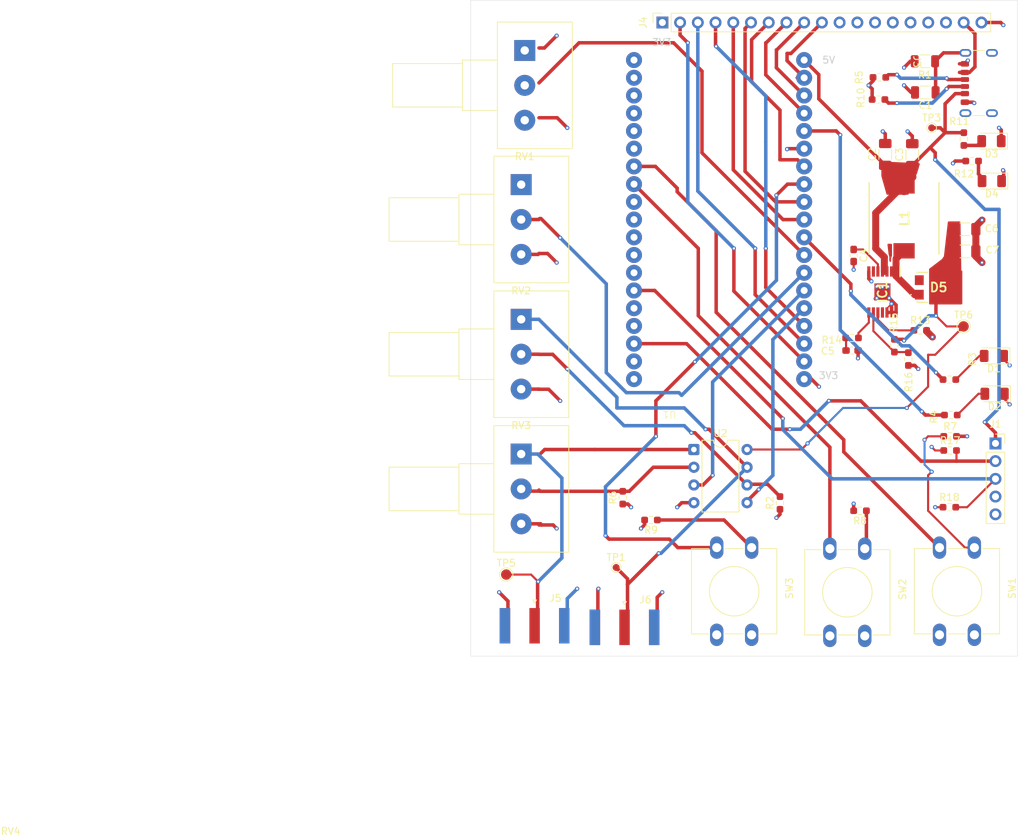
<source format=kicad_pcb>
(kicad_pcb (version 20241229) (generator "pcbnew") (generator_version "9.0")
  (layers (0 "F.Cu" signal) (4 "In1.Cu" power "GND") (6 "In2.Cu" power "3V3") (2 "B.Cu" signal) (13 "F.Paste" user) (15 "B.Paste" user) (5 "F.SilkS" user "F.Silkscreen") (7 "B.SilkS" user "B.Silkscreen") (1 "F.Mask" user) (3 "B.Mask" user) (25 "Edge.Cuts" user))
  (net 0 "")
  (net 1 "GND")
  (net 2 "Net-(D1-A)")
  (net 3 "Net-(D2-A)")
  (net 4 "OLED_SCL")
  (net 5 "OLED_SDA")
  (net 6 "5 V")
  (net 7 "Net-(U2B--)")
  (net 8 "Signal 1 Output")
  (net 9 "Led_Red")
  (net 10 "LED_Green")
  (net 11 "Net-(U2A--)")
  (net 12 "Siganl 2 Output")
  (net 13 "Net-(R7-Pad1)")
  (net 14 "Net-(R8-Pad1)")
  (net 15 "Net-(R9-Pad1)")
  (net 16 "G35 DutyCycle")
  (net 17 "3V3")
  (net 18 "G34 Frquenz")
  (net 19 "Buttom 1_Siganl_Switch")
  (net 20 "Buttom 2")
  (net 21 "Buttom 3")
  (net 22 "Net-(J4-Pin_2)")
  (net 23 "Net-(J4-Pin_3)")
  (net 24 "Net-(J4-Pin_8)")
  (net 25 "Signal 2")
  (net 26 "Net-(J4-Pin_7)")
  (net 28 "Net-(J4-Pin_5)")
  (net 29 "Net-(J4-Pin_10)")
  (net 30 "Net-(J4-Pin_4)")
  (net 34 "Net-(J4-Pin_6)")
  (net 36 "Signal 1")
  (net 38 "Net-(J4-Pin_9)")
  (net 40 "Net-(J3-SHIELD)")
  (net 41 "Net-(J3-CC1)")
  (net 42 "Net-(J3-CC2)")
  (net 43 "Net-(D3-A)")
  (net 44 "Net-(D4-A)")
  (net 52 "Net-(IC1-SS)")
  (net 53 "Net-(IC1-COMP)")
  (net 54 "Net-(D5-A_1)")
  (net 55 "Net-(IC1-FREQ)")
  (net 56 "Net-(IC1-FB)")
  (net 57 "CS")
  (net 58 "Net-(C5-Pad1)")
  (net 59 "25V")
  (footprint "Capacitor_SMD:C_1206_3216Metric_Pad1.33x1.80mm_HandSolder" (layer "F.Cu") (at 118.3175 49.0145 90)
    (property "Reference" "C2")
    (property "Value" "4u7")
  )
  (footprint "TestPoint:TestPoint_Pad_D1.0mm" (layer "F.Cu") (at 79.756 108.204)
    (property "Reference" "TP1")
    (property "Value" "TestPoint")
  )
  (footprint "Button_Switch_THT:SW_PUSH-12mm" (layer "F.Cu") (at 99.168 105.356 -90)
    (property "Reference" "SW3")
    (property "Value" "SW_Push")
  )
  (footprint "Capacitor_SMD:C_1206_3216Metric_Pad1.33x1.80mm_HandSolder" (layer "F.Cu") (at 129.7375 59.737)
    (property "Reference" "C6")
    (property "Value" "4u7")
  )
  (footprint "TestPoint:TestPoint_Pad_D1.0mm" (layer "F.Cu") (at 124.968 45.212)
    (property "Reference" "TP3")
    (property "Value" "TestPoint")
  )
  (footprint "Resistor_SMD:R_0603_1608Metric_Pad0.98x0.95mm_HandSolder" (layer "F.Cu") (at 84.748 101.4 180)
    (property "Reference" "R9")
    (property "Value" "10k")
  )
  (footprint "Connector_PinSocket_2.54mm:PinSocket_1x05_P2.54mm_Vertical" (layer "F.Cu") (at 134.112 90.424)
    (property "Reference" "J1")
    (property "Value" "Conn_01x05_Socket" (hide yes))
  )
  (footprint "Capacitor_SMD:C_0603_1608Metric_Pad1.08x0.95mm_HandSolder" (layer "F.Cu") (at 113.792 63.5 -90)
    (property "Reference" "C4")
    (property "Value" "100n")
  )
  (footprint "Resistor_SMD:R_0603_1608Metric_Pad0.98x0.95mm_HandSolder" (layer "F.Cu") (at 103.232 98.9565 90)
    (property "Reference" "R2")
    (property "Value" "1k")
  )
  (footprint "Resistor_SMD:R_0603_1608Metric_Pad0.98x0.95mm_HandSolder" (layer "F.Cu") (at 114.7045 100.076 180)
    (property "Reference" "R8")
    (property "Value" "10k")
  )
  (footprint "Capacitor_SMD:C_1206_3216Metric_Pad1.33x1.80mm_HandSolder" (layer "F.Cu") (at 129.7375 62.912)
    (property "Reference" "C7")
    (property "Value" "4u7")
  )
  (footprint "Resistor_SMD:R_0603_1608Metric_Pad0.98x0.95mm_HandSolder" (layer "F.Cu") (at 127.6115 91.44)
    (property "Reference" "R17")
    (property "Value" "4k7")
  )
  (footprint "Connector_PinSocket_2.54mm:PinSocket_1x19_P2.54mm_Vertical" (layer "F.Cu") (at 86.38 30.112 90)
    (property "Reference" "J4")
    (property "Value" "Conn_01x19_Socket" (hide yes))
  )
  (footprint "Potentiometer_THT:Potentiometer_Alps_RK163_Single_Horizontal" (layer "F.Cu") (at 66.148 72.644)
    (property "Reference" "RV3")
    (property "Value" "10k")
  )
  (footprint "Resistor_SMD:R_0603_1608Metric_Pad0.98x0.95mm_HandSolder" (layer "F.Cu") (at 127.7165 86.36 180)
    (property "Reference" "R4")
    (property "Value" "100")
  )
  (footprint "Resistor_SMD:R_0603_1608Metric_Pad0.98x0.95mm_HandSolder" (layer "F.Cu") (at 127.508 99.568)
    (property "Reference" "R18")
    (property "Value" "4k7")
  )
  (footprint "Resistor_SMD:R_0603_1608Metric_Pad0.98x0.95mm_HandSolder" (layer "F.Cu") (at 130.7675 49.962 180)
    (property "Reference" "R12")
    (property "Value" "100")
  )
  (footprint "Library_Amjad:ESP_32_socket" (layer "F.Cu") (at 87.396 71.052 180)
    (property "Reference" "U1")
    (property "Value" "~")
  )
  (footprint "Resistor_SMD:R_0603_1608Metric_Pad0.98x0.95mm_HandSolder" (layer "F.Cu") (at 127.616 89.408)
    (property "Reference" "R7")
    (property "Value" "10k")
  )
  (footprint "Diode_SMD:D_1206_3216Metric" (layer "F.Cu") (at 133.988 83.312 180)
    (property "Reference" "D2")
    (property "Value" "LED_Green")
  )
  (footprint "TestPoint:TestPoint_Pad_D1.5mm" (layer "F.Cu") (at 64.008 109.22)
    (property "Reference" "TP5")
    (property "Value" "TestPoint")
  )
  (footprint "Potentiometer_THT:Potentiometer_Alps_RK163_Single_Horizontal" (layer "F.Cu") (at 66.148 91.948)
    (property "Reference" "RV4")
    (property "Value" "10k")
  )
  (footprint "Resistor_SMD:R_0603_1608Metric_Pad0.98x0.95mm_HandSolder" (layer "F.Cu") (at 80.7 98.1995 90)
    (property "Reference" "R6")
    (property "Value" "1k")
  )
  (footprint "Connector_Coaxial:SMA_Amphenol_132289_EdgeMount" (layer "F.Cu") (at 68.072 116.5575 -90)
    (property "Reference" "J5")
    (property "Value" "Conn_Coaxial")
  )
  (footprint "Potentiometer_THT:Potentiometer_Alps_RK163_Single_Horizontal" (layer "F.Cu") (at 66.656 34.116)
    (property "Reference" "RV1")
    (property "Value" "10k")
  )
  (footprint "Resistor_SMD:R_0603_1608Metric_Pad0.98x0.95mm_HandSolder" (layer "F.Cu") (at 117.3525 41.148 180)
    (property "Reference" "R10")
    (property "Value" "5K1")
  )
  (footprint "Diode_SMD:D_1206_3216Metric" (layer "F.Cu") (at 133.888 77.887 180)
    (property "Reference" "D1")
    (property "Value" "LED _Red")
  )
  (footprint "Capacitor_SMD:C_0603_1608Metric_Pad1.08x0.95mm_HandSolder" (layer "F.Cu") (at 113.5625 77.112)
    (property "Reference" "C5")
    (property "Value" "1n")
  )
  (footprint "Capacitor_SMD:C_1206_3216Metric" (layer "F.Cu") (at 124.06 40.132 180)
    (property "Reference" "C1")
    (property "Value" "100n")
  )
  (footprint "Resistor_SMD:R_0603_1608Metric_Pad0.98x0.95mm_HandSolder" (layer "F.Cu") (at 121.6275 78.337 -90)
    (property "Reference" "R16")
    (property "Value" "10K")
  )
  (footprint "Capacitor_SMD:C_1206_3216Metric_Pad1.33x1.80mm_HandSolder" (layer "F.Cu") (at 122.1925 49.0395 90)
    (property "Reference" "C3")
    (property "Value" "4u7")
  )
  (footprint "Resistor_SMD:R_0603_1608Metric_Pad0.98x0.95mm_HandSolder" (layer "F.Cu") (at 119.6275 76.4245 -90)
    (property "Reference" "R15")
    (property "Value" "200K")
  )
  (footprint "Amjad_lib:SS3P6LE386A" (layer "F.Cu") (at 125.9615 68.072 -90)
    (property "Reference" "D5")
    (property "Value" "SS3P6L-E3_86A" (hide yes))
  )
  (footprint "Resistor_SMD:R_1206_3216Metric" (layer "F.Cu") (at 123.9975 35.665 180)
    (property "Reference" "R1")
    (property "Value" "1M")
  )
  (footprint "Diode_SMD:D_1206_3216Metric" (layer "F.Cu") (at 133.588 52.832 180)
    (property "Reference" "D4")
    (property "Value" "LED_Green")
  )
  (footprint "Connector_Coaxial:SMA_Amphenol_132289_EdgeMount" (layer "F.Cu") (at 80.958 116.783 -90)
    (property "Reference" "J6")
    (property "Value" "Conn_Coaxial")
  )
  (footprint "Amjad_lib:SOP65P640X120-15N" (layer "F.Cu") (at 117.915 68.727 -90)
    (property "Reference" "IC1")
    (property "Value" "TPS61175QPWPRQ1" (hide yes))
  )
  (footprint "Resistor_SMD:R_0603_1608Metric_Pad0.98x0.95mm_HandSolder" (layer "F.Cu") (at 123.33 74.227)
    (property "Reference" "R13")
    (property "Value" "51k")
  )
  (footprint "Resistor_SMD:R_0603_1608Metric_Pad0.98x0.95mm_HandSolder" (layer "F.Cu") (at 129.5775 46.812 90)
    (property "Reference" "R11")
    (property "Value" "100")
  )
  (footprint "Diode_SMD:D_1206_3216Metric" (layer "F.Cu") (at 133.5375 47.112 180)
    (property "Reference" "D3")
    (property "Value" "LED _Red")
  )
  (footprint "Resistor_SMD:R_0603_1608Metric_Pad0.98x0.95mm_HandSolder" (layer "F.Cu") (at 127.5125 81.28 180)
    (property "Reference" "R3")
    (property "Value" "100")
  )
  (footprint "Connector_USB:USB_C_Receptacle_GCT_USB4125-xx-x-0190_6P_TopMnt_Horizontal" (layer "F.Cu") (at 132.804 38.782 90)
    (property "Reference" "J3")
    (property "Value" "USB_C_Receptacle_PowerOnly_6P" (hide yes))
  )
  (footprint "Package_DIP:DIP-8_W7.62mm" (layer "F.Cu") (at 90.895 91.302)
    (property "Reference" "U2")
    (property "Value" "LM393")
  )
  (footprint "Amjad_lib:INDPM102100X510N_Spule" (layer "F.Cu") (at 121.012 58.177 -90)
    (property "Reference" "L1")
    (property "Value" "CDRH105RNP-220NC" (hide yes))
  )
  (footprint "Potentiometer_THT:Potentiometer_Alps_RK163_Single_Horizontal" (layer "F.Cu") (at 66.148 53.34)
    (property "Reference" "RV2")
    (property "Value" "10k")
  )
  (footprint "TestPoint:TestPoint_Pad_D1.5mm" (layer "F.Cu") (at 129.54 73.66)
    (property "Reference" "TP6")
    (property "Value" "TestPoint")
  )
  (footprint "Resistor_SMD:R_0603_1608Metric_Pad0.98x0.95mm_HandSolder" (layer "F.Cu") (at 117.4795 37.973 180)
    (property "Reference" "R5")
    (property "Value" "5K1")
  )
  (footprint "Button_Switch_THT:SW_PUSH-12mm" (layer "F.Cu") (at 131.092 105.356 -90)
    (property "Reference" "SW1")
    (property "Value" "SW_Push")
  )
  (footprint "Button_Switch_THT:SW_PUSH-12mm" (layer "F.Cu") (at 115.384 105.51 -90)
    (property "Reference" "SW2")
    (property "Value" "SW_Push")
  )
  (footprint "Resistor_SMD:R_0603_1608Metric_Pad0.98x0.95mm_HandSolder" (layer "F.Cu") (at 113.5625 75.3086 180)
    (property "Reference" "R14")
    (property "Value" "1k")
  )
  (gr_rect (start 58.928 26.9111) (end 137.268 120.904) (stroke (width 0.05)) (fill no) (layer "Edge.Cuts"))
  (gr_text "3V3\n" (at 108.712 81.28 0) (layer "Edge.Cuts") (effects (font (size 1 1)) (justify left bottom)))
  (gr_text "5V" (at 109.22 36.068 0) (layer "Edge.Cuts") (effects (font (size 1 1)) (justify left bottom)))
  (gr_text "3V3" (at 84.836 33.528 0) (layer "Edge.Cuts") (effects (font (size 1 1)) (justify left bottom)))
  (segment (start 113.792 64.3625) (end 113.792 65.532) (width 0.3) (layer "F.Cu") (net 1))
  (segment (start 81.44 99.112) (end 81.896 99.568) (width 0.5) (layer "F.Cu") (net 1))
  (segment (start 131.3 59.737) (end 131.3 59.308) (width 1) (layer "F.Cu") (net 1))
  (segment (start 68.924 101.948) (end 66.148 101.948) (width 0.5) (layer "F.Cu") (net 1))
  (segment (start 132.1 30.112) (end 134.868 30.112) (width 0.5) (layer "F.Cu") (net 1))
  (segment (start 134.9375 47.112) (end 134.9375 45.944) (width 0.5) (layer "F.Cu") (net 1))
  (segment (start 135.388 83.312) (end 135.388 84.08) (width 0.3) (layer "F.Cu") (net 1))
  (segment (start 121.6275 79.2495) (end 122.5375 79.2495) (width 0.5) (layer "F.Cu") (net 1))
  (segment (start 135.288 78.392) (end 136.144 79.248) (width 0.3) (layer "F.Cu") (net 1))
  (segment (start 122.1925 46.3925) (end 121.52 45.72) (width 0.5) (layer "F.Cu") (net 1))
  (segment (start 124.2425 74.3505) (end 125.076 75.184) (width 1) (layer "F.Cu") (net 1))
  (segment (start 122.1925 47.477) (end 122.1925 46.3925) (width 0.5) (layer "F.Cu") (net 1))
  (segment (start 122.585 40.132) (end 122.536 40.132) (width 0.5) (layer "F.Cu") (net 1))
  (segment (start 71.302 43.762) (end 72.752 45.212) (width 0.5) (layer "F.Cu") (net 1))
  (segment (start 83.8355 101.4) (end 83.8355 102.0925) (width 0.5) (layer "F.Cu") (net 1))
  (segment (start 68.7 102.112) (end 69.088 102.112) (width 0.5) (layer "F.Cu") (net 1))
  (segment (start 90.895 98.922) (end 89.146 98.922) (width 0.5) (layer "F.Cu") (net 1))
  (segment (start 68.7 43.762) (end 71.302 43.762) (width 0.5) (layer "F.Cu") (net 1))
  (segment (start 135.388 84.08) (end 136.144 84.836) (width 0.3) (layer "F.Cu") (net 1))
  (segment (start 134.9375 45.5295) (end 134.62 45.212) (width 0.5) (layer "F.Cu") (net 1))
  (segment (start 118.3175 46.0735) (end 117.964 45.72) (width 0.5) (layer "F.Cu") (net 1))
  (segment (start 68.7 63.212) (end 68.572 63.34) (width 0.5) (layer "F.Cu") (net 1))
  (segment (start 118.565 71.062) (end 119.215 70.412) (width 0.2) (layer "F.Cu") (net 1))
  (segment (start 116.44 41.148) (end 116.44 39.624) (width 0.5) (layer "F.Cu") (net 1))
  (segment (start 119.215 70.412) (end 119.215 69.9475) (width 0.5) (layer "F.Cu") (net 1))
  (segment (start 116.44 39.624) (end 115.932 39.116) (width 0.5) (layer "F.Cu") (net 1))
  (segment (start 119.865 71.665) (end 118.591 71.665) (width 0.5) (layer "F.Cu") (net 1))
  (segment (start 118.3175 47.452) (end 118.3175 46.0735) (width 0.5) (layer "F.Cu") (net 1))
  (segment (start 68.7 82.662) (end 70.07 82.662) (width 0.5) (layer "F.Cu") (net 1))
  (segment (start 118.565 71.665) (end 118.565 71.062) (width 0.2) (layer "F.Cu") (net 1))
  (segment (start 116.567 37.973) (end 116.567 38.481) (width 0.5) (layer "F.Cu") (net 1))
  (segment (start 116.567 38.481) (end 115.932 39.116) (width 0.5) (layer "F.Cu") (net 1))
  (segment (start 113.792 100.076) (end 113.792 99.06) (width 0.5) (layer "F.Cu") (net 1))
  (segment (start 85.638 112.482) (end 86.36 111.76) (width 0.5) (layer "F.Cu") (net 1))
  (segment (start 68.682 82.644) (end 66.148 82.644) (width 0.5) (layer "F.Cu") (net 1))
  (segment (start 122.535 35.665) (end 121.923 35.665) (width 0.5) (layer "F.Cu") (net 1))
  (segment (start 114.425 78.215) (end 114.408 78.232) (width 0.5) (layer "F.Cu") (net 1))
  (segment (start 122.585 40.132) (end 122.028 40.132) (width 0.5) (layer "F.Cu") (net 1))
  (segment (start 68.7 63.212) (end 69.924 63.212) (width 0.5) (layer "F.Cu") (net 1))
  (segment (start 124.2425 74.227) (end 124.2425 74.3505) (width 1) (layer "F.Cu") (net 1))
  (segment (start 119.215 69.9475) (end 118.8731 69.6056) (width 0.5) (layer "F.Cu") (net 1))
  (segment (start 77.138 111.33) (end 77.216 111.252) (width 0.5) (layer "F.Cu") (net 1))
  (segment (start 130.94 41.532) (end 131.064 41.656) (width 0.5) (layer "F.Cu") (net 1))
  (segment (start 119.215 71.665) (end 119.215 70.412) (width 0.5) (layer "F.Cu") (net 1))
  (segment (start 114.425 77.112) (end 114.425 78.215) (width 0.5) (layer "F.Cu") (net 1))
  (segment (start 70.07 82.662) (end 71.736 84.328) (width 0.5) (layer "F.Cu") (net 1))
  (segment (start 68.572 63.34) (end 66.148 63.34) (width 0.5) (layer "F.Cu") (net 1))
  (segment (start 77.138 115.5415) (end 77.138 111.33) (width 0.5) (layer "F.Cu") (net 1))
  (segment (start 117.915 68.727) (end 117.8675 68.727) (width 0.5) (layer "F.Cu") (net 1))
  (segment (start 119.865 70.5975) (end 118.8731 69.6056) (width 0.5) (layer "F.Cu") (net 1))
  (segment (start 129.724 41.532) (end 130.94 41.532) (width 0.5) (layer "F.Cu") (net 1))
  (segment (start 135.286 52.622) (end 135.286 51.3725) (width 0.5) (layer "F.Cu") (net 1))
  (segment (start 128.5285 89.408) (end 129.7515 89.408) (width 0.5) (layer "F.Cu") (net 1))
  (segment (start 129.7515 89.408) (end 130.048 89.408) (width 0.5) (layer "F.Cu") (net 1))
  (segment (start 64.252 115.316) (end 64.252 113.02) (width 0.5) (layer "F.Cu") (net 1))
  (segment (start 117.9483 68.727) (end 118.7207 67.9546) (width 0.5) (layer "F.Cu") (net 1))
  (segment (start 129.684 36.032) (end 130.156 35.56) (width 0.5) (layer "F.Cu") (net 1))
  (segment (start 119.865 71.665) (end 119.865 70.5975) (width 0.5) (layer "F.Cu") (net 1))
  (segment (start 131.3 59.737) (end 131.3 62.912) (width 1) (layer "F.Cu") (net 1))
  (segment (start 118.0199 68.727) (end 118.9239 69.631) (width 0.5) (layer "F.Cu") (net 1))
  (segment (start 115.965 65.789) (end 115.965 66.8245) (width 0.5) (layer "F.Cu") (net 1))
  (segment (start 70.724 102.112) (end 71.228 102.616) (width 0.5) (layer "F.Cu") (net 1))
  (segment (start 117.915 68.0125) (end 117.9079 68.0054) (width 0.5) (layer "F.Cu") (net 1))
  (segment (start 131.3 62.912) (end 131.3 63.628) (width 1) (layer "F.Cu") (net 1))
  (segment (start 117.915 68.727) (end 117.9483 68.727) (width 0.5) (layer "F.Cu") (net 1))
  (segment (start 69.088 102.112) (end 68.924 101.948) (width 0.5) (layer "F.Cu") (net 1))
  (segment (start 85.638 115.5415) (end 85.638 112.482) (width 0.5) (layer "F.Cu") (net 1))
  (segment (start 131.3 59.308) (end 132.188 58.42) (width 1) (layer "F.Cu") (net 1))
  (segment (start 68.7 82.662) (end 68.682 82.644) (width 0.5) (layer "F.Cu") (net 1))
  (segment (start 131.3 63.628) (end 132.188 64.516) (width 1) (layer "F.Cu") (net 1))
  (segment (start 117.915 68.727) (end 118.0199 68.727) (width 0.5) (layer "F.Cu") (net 1))
  (segment (start 128.9575 36.032) (end 129.684 36.032) (width 0.5) (layer "F.Cu") (net 1))
  (segment (start 134.9375 45.944) (end 134.9375 45.5295) (width 0.5) (layer "F.Cu") (net 1))
  (segment (start 117.8467 68.727) (end 117.915 68.727) (width 0.5) (layer "F.Cu") (net 1))
  (segment (start 117.8675 68.727) (end 117.0951 67.9546) (width 0.5) (layer "F.Cu") (net 1))
  (segment (start 134.868 30.112) (end 135.236 30.48) (width 0.5) (layer "F.Cu") (net 1))
  (segment (start 83.8355 102.0925) (end 83.312 102.616) (width 0.5) (layer "F.Cu") (net 1))
  (segment (start 104.316 48.192) (end 104.248 48.26) (width 0.5) (layer "F.Cu") (net 1))
  (segment (start 106.7 48.192) (end 104.316 48.192) (width 0.5) (layer "F.Cu") (net 1))
  (segment (start 121.923 35.665) (end 121.012 36.576) (width 0.5) (layer "F.Cu") (net 1))
  (segment (start 122.028 40.132) (end 121.012 39.116) (width 0.5) (layer "F.Cu") (net 1))
  (segment (start 69.088 102.112) (end 70.724 102.112) (width 0.5) (layer "F.Cu") (net 1))
  (segment (start 115.965 66.8245) (end 116.3331 67.1926) (width 0.5) (layer "F.Cu") (net 1))
  (segment (start 80.7 99.112) (end 81.44 99.112) (width 0.5) (layer "F.Cu") (net 1))
  (segment (start 135.286 51.3725) (end 135.1935 51.28) (width 0.5) (layer "F.Cu") (net 1))
  (segment (start 89.146 98.922) (end 88.5 99.568) (width 0.5) (layer "F.Cu") (net 1))
  (segment (start 117.915 68.727) (end 117.915 68.0125) (width 0.5) (layer "F.Cu") (net 1))
  (segment (start 103.232 99.869) (end 103.232 100.584) (width 0.5) (layer "F.Cu") (net 1))
  (segment (start 69.924 63.212) (end 71.228 64.516) (width 0.5) (layer "F.Cu") (net 1))
  (segment (start 64.252 113.02) (end 62.992 111.76) (width 0.5) (layer "F.Cu") (net 1))
  (segment (start 122.5375 79.2495) (end 123.044 79.756) (width 0.5) (layer "F.Cu") (net 1))
  (segment (start 135.288 77.887) (end 135.288 78.392) (width 0.3) (layer "F.Cu") (net 1))
  (segment (start 103.232 100.584) (end 102.724 101.092) (width 0.5) (layer "F.Cu") (net 1))
  (segment (start 117.8467 68.727) (end 116.8919 69.6818) (width 0.5) (layer "F.Cu") (net 1))
  (via (at 117.0951 67.9546) (size 0.6) (drill 0.3) (layers "F.Cu" "B.Cu") (net 1))
  (via (at 113.792 65.532) (size 0.6) (drill 0.3) (layers "F.Cu" "B.Cu") (net 1))
  (via (at 62.992 111.76) (size 0.6) (drill 0.3) (layers "F.Cu" "B.Cu") (net 1))
  (via (at 134.62 45.212) (size 0.6) (drill 0.3) (layers "F.Cu" "B.Cu") (net 1))
  (via (at 117.0951 69.631) (size 0.6) (drill 0.3) (layers "F.Cu" "B.Cu") (net 1))
  (via (at 135.1935 51.28) (size 0.6) (drill 0.3) (layers "F.Cu" "B.Cu") (net 1))
  (via (at 115.932 39.116) (size 0.6) (drill 0.3) (layers "F.Cu" "B.Cu") (net 1))
  (via (at 77.216 111.252) (size 0.6) (drill 0.3) (layers "F.Cu" "B.Cu") (net 1))
  (via (at 74.168 111.252) (size 0.6) (drill 0.3) (layers "F.Cu" "B.Cu") (net 1))
  (via (at 86.36 111.76) (size 0.6) (drill 0.3) (layers "F.Cu" "B.Cu") (net 1))
  (via (at 118.7207 67.9546) (size 0.6) (drill 0.3) (layers "F.Cu" "B.Cu") (net 1))
  (via (at 88.5 99.568) (size 0.6) (drill 0.3) (layers "F.Cu" "B.Cu") (net 1))
  (via (at 83.312 102.616) (size 0.6) (drill 0.3) (layers "F.Cu" "B.Cu") (net 1))
  (via (at 116.3331 67.1926) (size 0.6) (drill 0.3) (layers "F.Cu" "B.Cu") (net 1))
  (via (at 72.752 45.212) (size 0.6) (drill 0.3) (layers "F.Cu" "B.Cu") (net 1))
  (via (at 136.144 79.248) (size 0.6) (drill 0.3) (layers "F.Cu" "B.Cu") (net 1))
  (via (at 135.236 30.48) (size 0.6) (drill 0.3) (layers "F.Cu" "B.Cu") (net 1))
  (via (at 114.408 78.232) (size 0.6) (drill 0.3) (layers "F.Cu" "B.Cu") (net 1))
  (via (at 71.228 102.616) (size 0.6) (drill 0.3) (layers "F.Cu" "B.Cu") (net 1))
  (via (at 130.048 89.408) (size 0.6) (drill 0.3) (layers "F.Cu" "B.Cu") (net 1))
  (via (at 123.044 79.756) (size 0.6) (drill 0.3) (layers "F.Cu" "B.Cu") (net 1))
  (via (at 71.736 84.328) (size 0.6) (drill 0.3) (layers "F.Cu" "B.Cu") (net 1))
  (via (at 121.012 39.116) (size 0.6) (drill 0.3) (layers "F.Cu" "B.Cu") (net 1))
  (via (at 113.792 99.06) (size 0.6) (drill 0.3) (layers "F.Cu" "B.Cu") (net 1))
  (via (at 118.8731 69.6056) (size 0.6) (drill 0.3) (layers "F.Cu" "B.Cu") (net 1))
  (via (at 125.076 75.184) (size 0.6) (drill 0.3) (layers "F.Cu" "B.Cu") (net 1))
  (via (at 117.9079 68.0054) (size 0.6) (drill 0.3) (layers "F.Cu" "B.Cu") (net 1))
  (via (at 130.156 35.56) (size 0.6) (drill 0.3) (layers "F.Cu" "B.Cu") (net 1))
  (via (at 104.248 48.26) (size 0.6) (drill 0.3) (layers "F.Cu" "B.Cu") (net 1))
  (via (at 121.52 45.72) (size 0.6) (drill 0.3) (layers "F.Cu" "B.Cu") (net 1))
  (via (at 117.964 45.72) (size 0.6) (drill 0.3) (layers "F.Cu" "B.Cu") (net 1))
  (via (at 132.188 64.516) (size 0.6) (drill 0.3) (layers "F.Cu" "B.Cu") (net 1))
  (via (at 136.144 84.836) (size 0.6) (drill 0.3) (layers "F.Cu" "B.Cu") (net 1))
  (via (at 81.896 99.568) (size 0.6) (drill 0.3) (layers "F.Cu" "B.Cu") (net 1))
  (via (at 132.188 58.42) (size 0.6) (drill 0.3) (layers "F.Cu" "B.Cu") (net 1))
  (via (at 102.724 101.092) (size 0.6) (drill 0.3) (layers "F.Cu" "B.Cu") (net 1))
  (via (at 119.215 70.412) (size 0.6) (drill 0.3) (layers "F.Cu" "B.Cu") (net 1))
  (via (at 121.012 36.576) (size 0.6) (drill 0.3) (layers "F.Cu" "B.Cu") (net 1))
  (via (at 71.228 64.516) (size 0.6) (drill 0.3) (layers "F.Cu" "B.Cu") (net 1))
  (via (at 131.064 41.656) (size 0.6) (drill 0.3) (layers "F.Cu" "B.Cu") (net 1))
  (segment (start 72.752 112.668) (end 74.168 111.252) (width 0.5) (layer "B.Cu") (net 1))
  (segment (start 72.752 115.316) (end 72.752 112.668) (width 0.5) (layer "B.Cu") (net 1))
  (segment (start 131.818 77.887) (end 128.425 81.28) (width 0.3) (layer "F.Cu") (net 2))
  (segment (start 132.488 77.887) (end 131.818 77.887) (width 0.3) (layer "F.Cu") (net 2))
  (segment (start 131.677 83.312) (end 128.629 86.36) (width 0.3) (layer "F.Cu") (net 3))
  (segment (start 132.588 83.312) (end 131.677 83.312) (width 0.3) (layer "F.Cu") (net 3))
  (segment (start 128.524 91.44) (end 128.524 92.964) (width 0.3) (layer "F.Cu") (net 4))
  (segment (start 115.316 84.836) (end 114.808 84.328) (width 0.5) (layer "F.Cu") (net 4))
  (segment (start 134.112 92.964) (end 128.524 92.964) (width 0.5) (layer "F.Cu") (net 4))
  (segment (start 102.108 88.392) (end 89.848 76.132) (width 0.5) (layer "F.Cu") (net 4))
  (segment (start 104.648 88.392) (end 102.108 88.392) (width 0.5) (layer "F.Cu") (net 4))
  (segment (start 114.808 84.328) (end 110.236 84.328) (width 0.5) (layer "F.Cu") (net 4))
  (segment (start 89.848 76.132) (end 82.316 76.132) (width 0.5) (layer "F.Cu") (net 4))
  (segment (start 128.524 92.964) (end 123.444 92.964) (width 0.5) (layer "F.Cu") (net 4))
  (segment (start 123.444 92.964) (end 115.316 84.836) (width 0.5) (layer "F.Cu") (net 4))
  (via (at 110.236 84.328) (size 0.6) (drill 0.3) (layers "F.Cu" "B.Cu") (net 4))
  (via (at 104.648 88.392) (size 0.6) (drill 0.3) (layers "F.Cu" "B.Cu") (net 4))
  (segment (start 110.236 84.328) (end 106.172 88.392) (width 0.5) (layer "B.Cu") (net 4))
  (segment (start 106.172 88.392) (end 104.648 88.392) (width 0.5) (layer "B.Cu") (net 4))
  (segment (start 128.4205 99.568) (end 130.048 99.568) (width 0.3) (layer "F.Cu") (net 5))
  (segment (start 85.276 68.512) (end 103.632 86.868) (width 0.5) (layer "F.Cu") (net 5))
  (segment (start 82.316 68.512) (end 85.276 68.512) (width 0.5) (layer "F.Cu") (net 5))
  (segment (start 130.048 99.568) (end 134.112 95.504) (width 0.3) (layer "F.Cu") (net 5))
  (via (at 103.632 86.868) (size 0.6) (drill 0.3) (layers "F.Cu" "B.Cu") (net 5))
  (segment (start 110.697925 95.504) (end 134.112 95.504) (width 0.5) (layer "B.Cu") (net 5))
  (segment (start 103.632 86.868) (end 103.632 88.438075) (width 0.5) (layer "B.Cu") (net 5))
  (segment (start 103.632 88.438075) (end 110.697925 95.504) (width 0.5) (layer "B.Cu") (net 5))
  (segment (start 124.75125 48.04325) (end 122.1925 50.602) (width 0.5) (layer "F.Cu") (net 6))
  (segment (start 108.798075 37.590075) (end 108.798075 41.057575) (width 0.5) (layer "F.Cu") (net 6))
  (segment (start 125.476 49.784) (end 125.476 48.768) (width 0.5) (layer "F.Cu") (net 6))
  (segment (start 128.9575 37.262) (end 130.378 37.262) (width 0.5) (layer "F.Cu") (net 6))
  (segment (start 134.112 88.9) (end 132.588 87.376) (width 0.5) (layer "F.Cu") (net 6))
  (segment (start 116.948 57.404) (end 116.948 62.484) (width 1) (layer "F.Cu") (net 6))
  (segment (start 125.476 48.768) (end 124.75125 48.04325) (width 0.5) (layer "F.Cu") (net 6))
  (segment (start 134.112 90.424) (end 134.112 88.9) (width 0.5) (layer "F.Cu") (net 6))
  (segment (start 118.39 51.877) (end 120.04 53.527) (width 1) (layer "F.Cu") (net 6))
  (segment (start 131.172 31.724) (end 129.56 30.112) (width 0.5) (layer "F.Cu") (net 6))
  (segment (start 116.948 62.484) (end 118.191 63.727) (width 1) (layer "F.Cu") (net 6))
  (segment (start 121.012 53.527) (end 120.825 53.527) (width 1) (layer "F.Cu") (net 6))
  (segment (start 122.265 50.602) (end 122.265 52.274) (width 1) (layer "F.Cu") (net 6))
  (segment (start 127.2875 45.8995) (end 126.895 45.8995) (width 0.5) (layer "F.Cu") (net 6))
  (segment (start 122.265 52.274) (end 121.012 53.527) (width 1) (layer "F.Cu") (net 6))
  (segment (start 126.2075 45.212) (end 124.968 45.212) (width 0.5) (layer "F.Cu") (net 6))
  (segment (start 108.798075 41.057575) (end 118.3175 50.577) (width 0.5) (layer "F.Cu") (net 6))
  (segment (start 131.172 36.468) (end 131.172 31.724) (width 0.5) (layer "F.Cu") (net 6))
  (segment (start 127.2875 45.8995) (end 129.5775 45.8995) (width 0.5) (layer "F.Cu") (net 6))
  (segment (start 106.7 35.492) (end 108.798075 37.590075) (width 0.5) (layer "F.Cu") (net 6))
  (segment (start 126.895 45.8995) (end 124.75125 48.04325) (width 0.5) (layer "F.Cu") (net 6))
  (segment (start 118.191 63.727) (end 118.191 65.789) (width 1) (layer "F.Cu") (net 6))
  (segment (start 129.724 40.302) (end 128.3575 40.302) (width 0.5) (layer "F.Cu") (net 6))
  (segment (start 126.895 45.8995) (end 126.2075 45.212) (width 0.5) (layer "F.Cu") (net 6))
  (segment (start 126.895 41.7645) (end 126.895 45.8995) (width 0.5) (layer "F.Cu") (net 6))
  (segment (start 120.825 53.527) (end 116.948 57.404) (width 1) (layer "F.Cu") (net 6))
  (segment (start 118.39 50.577) (end 118.39 51.877) (width 1) (layer "F.Cu") (net 6))
  (segment (start 128.3575 40.302) (end 126.895 41.7645) (width 0.5) (layer "F.Cu") (net 6))
  (segment (start 130.378 37.262) (end 131.172 36.468) (width 0.5) (layer "F.Cu") (net 6))
  (segment (start 121.012 53.527) (end 121.012 54.356) (width 1) (layer "F.Cu") (net 6))
  (via (at 125.476 49.784) (size 0.6) (drill 0.3) (layers "F.Cu" "B.Cu") (net 6))
  (via (at 132.588 87.376) (size 0.6) (drill 0.3) (layers "F.Cu" "B.Cu") (net 6))
  (segment (start 134.62 85.344) (end 134.62 56.896) (width 0.5) (layer "B.Cu") (net 6))
  (segment (start 134.62 56.896) (end 132.588 56.896) (width 0.5) (layer "B.Cu") (net 6))
  (segment (start 132.588 87.376) (end 134.62 85.344) (width 0.5) (layer "B.Cu") (net 6))
  (segment (start 132.588 56.896) (end 125.476 49.784) (width 0.5) (layer "B.Cu") (net 6))
  (segment (start 70.658 77.662) (end 72.752 79.756) (width 0.5) (layer "F.Cu") (net 7))
  (segment (start 68.682 77.644) (end 66.148 77.644) (width 0.5) (layer "F.Cu") (net 7))
  (segment (start 103.232 98.044) (end 101.465 96.277) (width 0.5) (layer "F.Cu") (net 7))
  (segment (start 101.465 96.277) (end 98.62 96.277) (width 0.5) (layer "F.Cu") (net 7))
  (segment (start 98.62 96.277) (end 98.515 96.382) (width 0.5) (layer "F.Cu") (net 7))
  (segment (start 90.532 88.9) (end 91.033 88.9) (width 0.5) (layer "F.Cu") (net 7))
  (segment (start 68.7 77.662) (end 70.658 77.662) (width 0.5) (layer "F.Cu") (net 7))
  (segment (start 68.7 77.662) (end 68.682 77.644) (width 0.5) (layer "F.Cu") (net 7))
  (segment (start 91.033 88.9) (end 98.515 96.382) (width 0.5) (layer "F.Cu") (net 7))
  (via (at 90.532 88.9) (size 0.6) (drill 0.3) (layers "F.Cu" "B.Cu") (net 7))
  (via (at 72.752 79.756) (size 0.6) (drill 0.3) (layers "F.Cu" "B.Cu") (net 7))
  (segment (start 80.88 87.884) (end 81.388 87.884) (width 0.5) (layer "B.Cu") (net 7))
  (segment (start 89.516 87.884) (end 90.532 88.9) (width 0.5) (layer "B.Cu") (net 7))
  (segment (start 81.388 87.884) (end 89.516 87.884) (width 0.5) (layer "B.Cu") (net 7))
  (segment (start 72.752 79.756) (end 80.88 87.884) (width 0.5) (layer "B.Cu") (net 7))
  (segment (start 98.515 93.842) (end 93.065 88.392) (width 0.5) (layer "F.Cu") (net 8))
  (segment (start 93.065 88.392) (end 92.564 88.392) (width 0.5) (layer "F.Cu") (net 8))
  (segment (start 81.388 110.636) (end 85.852 106.172) (width 0.5) (layer "F.Cu") (net 8))
  (segment (start 81.388 110.636) (end 81.388 109.836) (width 0.5) (layer "F.Cu") (net 8))
  (segment (start 81.388 109.836) (end 79.756 108.204) (width 0.5) (layer "F.Cu") (net 8))
  (segment (start 81.388 115.5415) (end 81.388 110.636) (width 0.5) (layer "F.Cu") (net 8))
  (via (at 92.564 88.392) (size 0.6) (drill 0.3) (layers "F.Cu" "B.Cu") (net 8))
  (via (at 85.852 106.172) (size 0.6) (drill 0.3) (layers "F.Cu" "B.Cu") (net 8))
  (segment (start 85.852 106.172) (end 86.185 106.172) (width 0.5) (layer "B.Cu") (net 8))
  (segment (start 89.516 85.344) (end 79.864 85.344) (width 0.5) (layer "B.Cu") (net 8))
  (segment (start 79.864 83.826) (end 68.682 72.644) (width 0.5) (layer "B.Cu") (net 8))
  (segment (start 92.564 88.392) (end 89.516 85.344) (width 0.5) (layer "B.Cu") (net 8))
  (segment (start 68.682 72.644) (end 66.148 72.644) (width 0.5) (layer "B.Cu") (net 8))
  (segment (start 86.185 106.172) (end 98.515 93.842) (width 0.5) (layer "B.Cu") (net 8))
  (segment (start 79.864 85.344) (end 79.864 83.826) (width 0.5) (layer "B.Cu") (net 8))
  (segment (start 113.392 68.58) (end 113.392 67.584) (width 0.5) (layer "F.Cu") (net 9))
  (segment (start 113.392 67.584) (end 106.7 60.892) (width 0.5) (layer "F.Cu") (net 9))
  (segment (start 126.6 81.28) (end 125.584 80.264) (width 0.5) (layer "F.Cu") (net 9))
  (via (at 113.392 68.58) (size 0.6) (drill 0.3) (layers "F.Cu" "B.Cu") (net 9))
  (via (at 125.584 80.264) (size 0.6) (drill 0.3) (layers "F.Cu" "B.Cu") (net 9))
  (segment (start 113.392 69.134075) (end 113.392 68.58) (width 0.5) (layer "B.Cu") (net 9))
  (segment (start 125.584 80.264) (end 121.763 76.443) (width 0.5) (layer "B.Cu") (net 9))
  (segment (start 120.700925 76.443) (end 113.392 69.134075) (width 0.5) (layer "B.Cu") (net 9))
  (segment (start 121.763 76.443) (end 120.700925 76.443) (width 0.5) (layer "B.Cu") (net 9))
  (segment (start 126.804 86.36) (end 124.06 86.36) (width 0.5) (layer "F.Cu") (net 10))
  (segment (start 124.06 86.36) (end 123.552 85.852) (width 0.5) (layer "F.Cu") (net 10))
  (segment (start 111.868 46.228) (end 111.292 45.652) (width 0.5) (layer "F.Cu") (net 10))
  (segment (start 111.292 45.652) (end 106.7 45.652) (width 0.5) (layer "F.Cu") (net 10))
  (via (at 111.868 46.228) (size 0.6) (drill 0.3) (layers "F.Cu" "B.Cu") (net 10))
  (via (at 123.552 85.852) (size 0.6) (drill 0.3) (layers "F.Cu" "B.Cu") (net 10))
  (segment (start 123.552 85.852) (end 111.868 74.168) (width 0.5) (layer "B.Cu") (net 10))
  (segment (start 111.868 74.168) (end 111.868 46.228) (width 0.5) (layer "B.Cu") (net 10))
  (segment (start 80.7 97.287) (end 68.875 97.287) (width 0.5) (layer "F.Cu") (net 11))
  (segment (start 68.852 97.264) (end 68.7 97.112) (width 0.5) (layer "F.Cu") (net 11))
  (segment (start 81.637 97.287) (end 85.082 93.842) (width 0.5) (layer "F.Cu") (net 11))
  (segment (start 85.082 93.842) (end 90.895 93.842) (width 0.5) (layer "F.Cu") (net 11))
  (segment (start 68.875 97.287) (end 68.852 97.264) (width 0.5) (layer "F.Cu") (net 11))
  (segment (start 80.7 97.287) (end 81.637 97.287) (width 0.5) (layer "F.Cu") (net 11))
  (segment (start 68.852 97.264) (end 66.464 97.264) (width 0.5) (layer "F.Cu") (net 11))
  (segment (start 66.464 97.264) (end 66.148 96.948) (width 0.5) (layer "F.Cu") (net 11))
  (segment (start 90.895 91.302) (end 76.708 91.302) (width 0.5) (layer "F.Cu") (net 12))
  (segment (start 68.58 110.236) (end 68.502 110.314) (width 0.5) (layer "F.Cu") (net 12))
  (segment (start 68.502 110.314) (end 68.502 115.316) (width 0.5) (layer "F.Cu") (net 12))
  (segment (start 67.564 109.22) (end 68.58 110.236) (width 0.3) (layer "F.Cu") (net 12))
  (segment (start 76.708 91.302) (end 69.51 91.302) (width 0.5) (layer "F.Cu") (net 12))
  (segment (start 69.51 91.302) (end 68.7 92.112) (width 0.5) (layer "F.Cu") (net 12))
  (segment (start 64.008 109.22) (end 67.564 109.22) (width 0.3) (layer "F.Cu") (net 12))
  (via (at 68.58 110.236) (size 0.6) (drill 0.3) (layers "F.Cu" "B.Cu") (net 12))
  (segment (start 71.979 95.391) (end 71.979 106.837) (width 0.5) (layer "B.Cu") (net 12))
  (segment (start 68.536 91.948) (end 66.148 91.948) (width 0.5) (layer "B.Cu") (net 12))
  (segment (start 71.979 95.391) (end 68.536 91.948) (width 0.5) (layer "B.Cu") (net 12))
  (segment (start 71.979 106.837) (end 68.58 110.236) (width 0.5) (layer "B.Cu") (net 12))
  (segment (start 124.46 100.076) (end 129.74 105.356) (width 0.3) (layer "F.Cu") (net 13))
  (segment (start 124.46 89.408) (end 123.952 89.916) (width 0.3) (layer "F.Cu") (net 13))
  (segment (start 124.968 94.488) (end 124.46 94.996) (width 0.3) (layer "F.Cu") (net 13))
  (segment (start 126.7035 89.408) (end 124.46 89.408) (width 0.3) (layer "F.Cu") (net 13))
  (segment (start 129.74 105.356) (end 131.092 105.356) (width 0.3) (layer "F.Cu") (net 13))
  (segment (start 124.46 94.996) (end 124.46 100.076) (width 0.3) (layer "F.Cu") (net 13))
  (via (at 124.968 94.488) (size 0.6) (drill 0.3) (layers "F.Cu" "B.Cu") (net 13))
  (via (at 123.952 89.916) (size 0.6) (drill 0.3) (layers "F.Cu" "B.Cu") (net 13))
  (segment (start 123.952 93.472) (end 124.968 94.488) (width 0.3) (layer "B.Cu") (net 13))
  (segment (start 123.952 89.916) (end 123.952 93.472) (width 0.3) (layer "B.Cu") (net 13))
  (segment (start 115.617 100.076) (end 115.617 105.277) (width 0.5) (layer "F.Cu") (net 14))
  (segment (start 115.617 105.277) (end 115.384 105.51) (width 0.5) (layer "F.Cu") (net 14))
  (segment (start 95.212 101.4) (end 99.168 105.356) (width 0.5) (layer "F.Cu") (net 15))
  (segment (start 85.6605 101.4) (end 95.212 101.4) (width 0.5) (layer "F.Cu") (net 15))
  (segment (start 92.056 48.788) (end 92.056 37.084) (width 0.5) (layer "F.Cu") (net 16))
  (segment (start 92.056 37.084) (end 87.992 33.02) (width 0.5) (layer "F.Cu") (net 16))
  (segment (start 74.442 33.02) (end 68.7 38.762) (width 0.5) (layer "F.Cu") (net 16))
  (segment (start 106.7 63.432) (end 92.056 48.788) (width 0.5) (layer "F.Cu") (net 16))
  (segment (start 87.992 33.02) (end 74.442 33.02) (width 0.5) (layer "F.Cu") (net 16))
  (segment (start 106.7 81.212) (end 107.736 81.212) (width 0.5) (layer "F.Cu") (net 17))
  (segment (start 126.5955 99.568) (end 125.476 99.568) (width 0.3) (layer "F.Cu") (net 17))
  (segment (start 125.476 91.44) (end 124.968 90.932) (width 0.3) (layer "F.Cu") (net 17))
  (segment (start 69.47 33.762) (end 71.228 32.004) (width 0.5) (layer "F.Cu") (net 17))
  (segment (start 107.736 81.212) (end 108.82 82.296) (width 0.5) (layer "F.Cu") (net 17))
  (segment (start 128.346 49.962) (end 128.016 50.292) (width 0.5) (layer "F.Cu") (net 17))
  (segment (start 126.699 91.44) (end 125.476 91.44) (width 0.3) (layer "F.Cu") (net 17))
  (segment (start 129.855 49.962) (end 128.346 49.962) (width 0.5) (layer "F.Cu") (net 17))
  (segment (start 68.7 33.762) (end 69.47 33.762) (width 0.5) (layer "F.Cu") (net 17))
  (via (at 125.476 99.568) (size 0.6) (drill 0.3) (layers "F.Cu" "B.Cu") (net 17))
  (via (at 108.82 82.296) (size 0.6) (drill 0.3) (layers "F.Cu" "B.Cu") (net 17))
  (via (at 128.016 50.292) (size 0.6) (drill 0.3) (layers "F.Cu" "B.Cu") (net 17))
  (via (at 124.968 90.932) (size 0.6) (drill 0.3) (layers "F.Cu" "B.Cu") (net 17))
  (via (at 71.228 32.004) (size 0.6) (drill 0.3) (layers "F.Cu" "B.Cu") (net 17))
  (segment (start 68.988 58.212) (end 71.736 60.96) (width 0.5) (layer "F.Cu") (net 18))
  (segment (start 68.788 58.212) (end 68.66 58.34) (width 0.5) (layer "F.Cu") (net 18))
  (segment (start 68.788 58.212) (end 68.988 58.212) (width 0.5) (layer "F.Cu") (net 18))
  (segment (start 68.66 58.34) (end 66.148 58.34) (width 0.5) (layer "F.Cu") (net 18))
  (via (at 71.736 60.96) (size 0.6) (drill 0.3) (layers "F.Cu" "B.Cu") (net 18))
  (segment (start 78.34 67.564) (end 71.736 60.96) (width 0.5) (layer "B.Cu") (net 18))
  (segment (start 88.755228 83.1545) (end 81.2305 83.1545) (width 0.5) (layer "B.Cu") (net 18))
  (segment (start 78.34 80.264) (end 78.34 67.564) (width 0.5) (layer "B.Cu") (net 18))
  (segment (start 106.7 65.972) (end 89.136364 83.535636) (width 0.5) (layer "B.Cu") (net 18))
  (segment (start 81.2305 83.1545) (end 78.34 80.264) (width 0.5) (layer "B.Cu") (net 18))
  (segment (start 89.136364 83.535636) (end 88.755228 83.1545) (width 0.5) (layer "B.Cu") (net 18))
  (segment (start 112.376 89.916) (end 112.376 91.64) (width 0.5) (layer "F.Cu") (net 19))
  (segment (start 85.384 50.732) (end 82.316 50.732) (width 0.5) (layer "F.Cu") (net 19))
  (segment (start 94.088 59.944) (end 88.5 54.356) (width 0.5) (layer "F.Cu") (net 19))
  (segment (start 112.376 91.64) (end 126.092 105.356) (width 0.5) (layer "F.Cu") (net 19))
  (segment (start 88.5 54.356) (end 88.5 53.848) (width 0.5) (layer "F.Cu") (net 19))
  (segment (start 94.088 71.628) (end 94.088 59.944) (width 0.5) (layer "F.Cu") (net 19))
  (segment (start 112.376 89.916) (end 94.088 71.628) (width 0.5) (layer "F.Cu") (net 19))
  (segment (start 88.5 53.848) (end 85.384 50.732) (width 0.5) (layer "F.Cu") (net 19))
  (segment (start 91.528 72.116) (end 110.384 90.972) (width 0.5) (layer "F.Cu") (net 20))
  (segment (start 82.316 53.272) (end 91.528 62.484) (width 0.5) (layer "F.Cu") (net 20))
  (segment (start 91.528 62.484) (end 91.528 72.116) (width 0.5) (layer "F.Cu") (net 20))
  (segment (start 110.384 90.972) (end 110.384 105.51) (width 0.5) (layer "F.Cu") (net 20))
  (segment (start 91.04 78.74) (end 85.452 84.328) (width 0.5) (layer "F.Cu") (net 21))
  (segment (start 87.376 104.14) (end 78.74 104.14) (width 0.5) (layer "F.Cu") (net 21))
  (segment (start 104.316 53.272) (end 102.724 54.864) (width 0.5) (layer "F.Cu") (net 21))
  (segment (start 85.452 84.328) (end 85.452 89.408) (width 0.5) (layer "F.Cu") (net 21))
  (segment (start 78.74 104.14) (end 78.232 103.632) (width 0.5) (layer "F.Cu") (net 21))
  (segment (start 78.232 103.632) (end 78.486 103.886) (width 0.5) (layer "F.Cu") (net 21))
  (segment (start 106.7 53.272) (end 104.316 53.272) (width 0.5) (layer "F.Cu") (net 21))
  (segment (start 88.592 105.356) (end 87.376 104.14) (width 0.5) (layer "F.Cu") (net 21))
  (segment (start 94.168 105.356) (end 88.592 105.356) (width 0.5) (layer "F.Cu") (net 21))
  (via (at 78.232 103.632) (size 0.6) (drill 0.3) (layers "F.Cu" "B.Cu") (net 21))
  (via (at 91.04 78.74) (size 0.6) (drill 0.3) (layers "F.Cu" "B.Cu") (net 21))
  (via (at 85.452 89.408) (size 0.6) (drill 0.3) (layers "F.Cu" "B.Cu") (net 21))
  (via (at 102.724 54.864) (size 0.6) (drill 0.3) (layers "F.Cu" "B.Cu") (net 21))
  (segment (start 78.794 96.066) (end 78.232 96.628) (width 0.5) (layer "B.Cu") (net 21))
  (segment (start 102.724 54.864) (end 102.724 67.056) (width 0.5) (layer "B.Cu") (net 21))
  (segment (start 85.452 89.408) (end 78.794 96.066) (width 0.5) (layer "B.Cu") (net 21))
  (segment (start 78.232 96.628) (end 78.232 103.632) (width 0.5) (layer "B.Cu") (net 21))
  (segment (start 102.724 67.056) (end 91.04 78.74) (width 0.5) (layer "B.Cu") (net 21))
  (segment (start 96.628 62.484) (end 96.628 68.6) (width 0.5) (layer "F.Cu") (net 22))
  (segment (start 88.92 30.112) (end 88.92 31.916) (width 0.5) (layer "F.Cu") (net 22))
  (segment (start 96.628 68.6) (end 106.7 78.672) (width 0.5) (layer "F.Cu") (net 22))
  (segment (start 88.92 31.916) (end 90.024 33.02) (width 0.5) (layer "F.Cu") (net 22))
  (via (at 96.628 62.484) (size 0.6) (drill 0.3) (layers "F.Cu" "B.Cu") (net 22))
  (via (at 90.024 33.02) (size 0.6) (drill 0.3) (layers "F.Cu" "B.Cu") (net 22))
  (segment (start 90.024 55.88) (end 92.056 57.912) (width 0.5) (layer "B.Cu") (net 22))
  (segment (start 92.056 57.912) (end 96.628 62.484) (width 0.5) (layer "B.Cu") (net 22))
  (segment (start 90.024 33.02) (end 90.024 55.88) (width 0.5) (layer "B.Cu") (net 22))
  (segment (start 99.676 69.108) (end 99.676 62.484) (width 0.5) (layer "F.Cu") (net 23))
  (segment (start 106.7 76.132) (end 99.676 69.108) (width 0.5) (layer "F.Cu") (net 23))
  (via (at 99.676 62.484) (size 0.6) (drill 0.3) (layers "F.Cu" "B.Cu") (net 23))
  (segment (start 91.46 54.268) (end 91.46 30.112) (width 0.5) (layer "B.Cu") (net 23))
  (segment (start 99.676 62.484) (end 91.46 54.268) (width 0.5) (layer "B.Cu") (net 23))
  (segment (start 101.2 37.612) (end 101.2 33.02) (width 0.5) (layer "F.Cu") (net 24))
  (segment (start 101.2 33.02) (end 101.252 33.02) (width 0.5) (layer "F.Cu") (net 24))
  (segment (start 101.252 33.02) (end 104.16 30.112) (width 0.5) (layer "F.Cu") (net 24))
  (segment (start 106.7 43.112) (end 101.2 37.612) (width 0.5) (layer "F.Cu") (net 24))
  (segment (start 92.194 96.382) (end 93.58 94.996) (width 0.5) (layer "F.Cu") (net 25))
  (segment (start 90.895 96.382) (end 92.194 96.382) (width 0.5) (layer "F.Cu") (net 25))
  (via (at 93.58 94.996) (size 0.6) (drill 0.3) (layers "F.Cu" "B.Cu") (net 25))
  (segment (start 93.58 94.996) (end 93.58 81.632) (width 0.5) (layer "B.Cu") (net 25))
  (segment (start 93.58 81.632) (end 106.7 68.512) (width 0.5) (layer "B.Cu") (net 25))
  (segment (start 103.232 42.672) (end 99.168 38.608) (width 0.5) (layer "F.Cu") (net 26))
  (segment (start 103.232 49.784) (end 103.232 42.672) (width 0.5) (layer "F.Cu") (net 26))
  (segment (start 106.7 50.732) (end 105.752 49.784) (width 0.5) (layer "F.Cu") (net 26))
  (segment (start 99.168 32.564) (end 101.62 30.112) (width 0.5) (layer "F.Cu") (net 26))
  (segment (start 99.168 38.608) (end 99.168 32.564) (width 0.5) (layer "F.Cu") (net 26))
  (segment (start 105.752 49.784) (end 103.232 49.784) (width 0.5) (layer "F.Cu") (net 26))
  (segment (start 103.672 58.352) (end 106.7 58.352) (width 0.5) (layer "F.Cu") (net 28))
  (segment (start 96.54 30.112) (end 96.54 51.22) (width 0.5) (layer "F.Cu") (net 28))
  (segment (start 96.54 51.22) (end 103.672 58.352) (width 0.5) (layer "F.Cu") (net 28))
  (segment (start 104.248 35.58) (end 104.248 34.544) (width 0.5) (layer "F.Cu") (net 29))
  (segment (start 104.808 34.544) (end 109.24 30.112) (width 0.5) (layer "F.Cu") (net 29))
  (segment (start 104.248 34.544) (end 104.808 34.544) (width 0.5) (layer "F.Cu") (net 29))
  (segment (start 106.7 38.032) (end 104.248 35.58) (width 0.5) (layer "F.Cu") (net 29))
  (segment (start 106.7 38.032) (end 105.704 38.032) (width 0.5) (layer "F.Cu") (net 29))
  (segment (start 101.2 68.092) (end 106.7 73.592) (width 0.5) (layer "F.Cu") (net 30))
  (segment (start 94 30.112) (end 94 33.44) (width 0.5) (layer "F.Cu") (net 30))
  (segment (start 101.2 62.484) (end 101.2 68.092) (width 0.5) (layer "F.Cu") (net 30))
  (segment (start 94 33.44) (end 94.088 33.528) (width 0.5) (layer "F.Cu") (net 30))
  (via (at 101.2 62.484) (size 0.6) (drill 0.3) (layers "F.Cu" "B.Cu") (net 30))
  (via (at 94.088 33.528) (size 0.6) (drill 0.3) (layers "F.Cu" "B.Cu") (net 30))
  (segment (start 101.2 40.64) (end 101.2 47.244) (width 0.5) (layer "B.Cu") (net 30))
  (segment (start 101.2 47.244) (end 101.2 62.484) (width 0.5) (layer "B.Cu") (net 30))
  (segment (start 94.088 33.528) (end 101.2 40.64) (width 0.5) (layer "B.Cu") (net 30))
  (segment (start 98.23 30.962) (end 99.08 30.112) (width 0.5) (layer "F.Cu") (net 34))
  (segment (start 98.23 51.432075) (end 98.23 30.962) (width 0.5) (layer "F.Cu") (net 34))
  (segment (start 106.7 55.812) (end 102.609925 55.812) (width 0.5) (layer "F.Cu") (net 34))
  (segment (start 102.609925 55.812) (end 98.23 51.432075) (width 0.5) (layer "F.Cu") (net 34))
  (segment (start 98.515 98.697) (end 100.184 97.028) (width 0.5) (layer "F.Cu") (net 36))
  (segment (start 98.515 98.922) (end 98.515 98.697) (width 0.5) (layer "F.Cu") (net 36))
  (via (at 100.184 97.028) (size 0.6) (drill 0.3) (layers "F.Cu" "B.Cu") (net 36))
  (segment (start 102.216 94.996) (end 102.216 75.536) (width 0.5) (layer "B.Cu") (net 36))
  (segment (start 100.184 97.028) (end 102.216 94.996) (width 0.5) (layer "B.Cu") (net 36))
  (segment (start 102.216 75.536) (end 106.7 71.052) (width 0.5) (layer "B.Cu") (net 36))
  (segment (start 102.776 34.036) (end 106.7 30.112) (width 0.5) (layer "F.Cu") (net 38))
  (segment (start 106.7 40.572) (end 102.724 36.596) (width 0.5) (layer "F.Cu") (net 38))
  (segment (start 102.724 36.596) (end 102.724 34.036) (width 0.5) (layer "F.Cu") (net 38))
  (segment (start 102.724 34.036) (end 102.776 34.036) (width 0.5) (layer "F.Cu") (net 38))
  (segment (start 125.535 40.132) (end 125.535 35.74) (width 0.5) (layer "F.Cu") (net 40))
  (segment (start 126.663 34.462) (end 125.46 35.665) (width 0.5) (layer "F.Cu") (net 40))
  (segment (start 125.535 35.74) (end 125.46 35.665) (width 0.5) (layer "F.Cu") (net 40))
  (segment (start 129.0375 34.462) (end 126.663 34.462) (width 0.5) (layer "F.Cu") (net 40))
  (segment (start 129.724 39.282) (end 127.45 39.282) (width 0.5) (layer "F.Cu") (net 41))
  (segment (start 127.45 39.282) (end 127.108 39.624) (width 0.5) (layer "F.Cu") (net 41))
  (segment (start 119.996 41.656) (end 118.773 41.656) (width 0.5) (layer "F.Cu") (net 41))
  (segment (start 118.773 41.656) (end 118.265 41.148) (width 0.5) (layer "F.Cu") (net 41))
  (via (at 119.996 41.656) (size 0.6) (drill 0.3) (layers "F.Cu" "B.Cu") (net 41))
  (via (at 127.108 39.624) (size 0.6) (drill 0.3) (layers "F.Cu" "B.Cu") (net 41))
  (segment (start 127.108 39.624) (end 125.076 41.656) (width 0.5) (layer "B.Cu") (net 41))
  (segment (start 125.076 41.656) (end 119.996 41.656) (width 0.5) (layer "B.Cu") (net 41))
  (segment (start 118.773 37.592) (end 118.392 37.973) (width 0.5) (layer "F.Cu") (net 42))
  (segment (start 129.724 38.282) (end 127.29 38.282) (width 0.5) (layer "F.Cu") (net 42))
  (segment (start 127.29 38.282) (end 127.108 38.1) (width 0.5) (layer "F.Cu") (net 42))
  (segment (start 119.996 37.592) (end 118.773 37.592) (width 0.5) (layer "F.Cu") (net 42))
  (via (at 119.996 37.592) (size 0.6) (drill 0.3) (layers "F.Cu" "B.Cu") (net 42))
  (via (at 127.108 38.1) (size 0.6) (drill 0.3) (layers "F.Cu" "B.Cu") (net 42))
  (segment (start 120.504 38.1) (end 119.996 37.592) (width 0.5) (layer "B.Cu") (net 42))
  (segment (start 127.108 38.1) (end 120.504 38.1) (width 0.5) (layer "B.Cu") (net 42))
  (segment (start 131.525 47.7245) (end 132.1375 47.112) (width 0.5) (layer "F.Cu") (net 43))
  (segment (start 129.5775 47.7245) (end 131.525 47.7245) (width 0.5) (layer "F.Cu") (net 43))
  (segment (start 131.68 49.962) (end 131.68 51.816) (width 0.5) (layer "F.Cu") (net 44))
  (segment (start 131.68 51.816) (end 132.486 52.622) (width 0.5) (layer "F.Cu") (net 44))
  (segment (start 117.265 64.7515) (end 117.265 65.789) (width 0.3) (layer "F.Cu") (net 52))
  (segment (start 115.151 62.6375) (end 117.265 64.7515) (width 0.3) (layer "F.Cu") (net 52))
  (segment (start 113.792 62.6375) (end 115.151 62.6375) (width 0.3) (layer "F.Cu") (net 52))
  (segment (start 114.475 74.609) (end 115.965 73.119) (width 0.3) (layer "F.Cu") (net 53))
  (segment (start 115.965 73.119) (end 115.965 71.665) (width 0.3) (layer "F.Cu") (net 53))
  (segment (start 114.475 75.3086) (end 114.475 74.609) (width 0.3) (layer "F.Cu") (net 53))
  (segment (start 119.865 65.789) (end 119.865 63.974) (width 1) (layer "F.Cu") (net 54))
  (segment (start 122.5395 69.112) (end 119.865 66.4375) (width 1) (layer "F.Cu") (net 54))
  (segment (start 119.865 66.4375) (end 119.865 65.789) (width 1) (layer "F.Cu") (net 54))
  (segment (start 123.1965 69.112) (end 122.5395 69.112) (width 1) (layer "F.Cu") (net 54))
  (segment (start 119.865 63.974) (end 121.012 62.827) (width 1) (layer "F.Cu") (net 54))
  (segment (start 122.49 74.227) (end 118.7895 74.227) (width 0.3) (layer "F.Cu") (net 55))
  (segment (start 118.7895 74.227) (end 117.265 72.7025) (width 0.3) (layer "F.Cu") (net 55))
  (segment (start 117.265 72.7025) (end 117.265 71.665) (width 0.3) (layer "F.Cu") (net 55))
  (segment (start 121.54 77.337) (end 121.6275 77.4245) (width 0.3) (layer "F.Cu") (net 56))
  (segment (start 119.6275 77.337) (end 121.54 77.337) (width 0.3) (layer "F.Cu") (net 56))
  (segment (start 119.6275 77.337) (end 116.615 74.3245) (width 0.3) (layer "F.Cu") (net 56))
  (segment (start 116.615 74.3245) (end 116.615 71.665) (width 0.3) (layer "F.Cu") (net 56))
  (segment (start 112.7 77.112) (end 112.7 75.3586) (width 0.3) (layer "F.Cu") (net 58))
  (segment (start 112.7 75.3586) (end 112.65 75.3086) (width 0.3) (layer "F.Cu") (net 58))
  (segment (start 125.584 72.136) (end 127.108 73.66) (width 0.3) (layer "F.Cu") (net 59))
  (segment (start 128.175 62.912) (end 128.175 59.737) (width 1) (layer "F.Cu") (net 59))
  (segment (start 127.0015 64.0855) (end 128.175 62.912) (width 1) (layer "F.Cu") (net 59))
  (segment (start 106.31 91.302) (end 107.188 90.424) (width 0.3) (layer "F.Cu") (net 59))
  (segment (start 125.476 77.724) (end 129.54 73.66) (width 0.3) (layer "F.Cu") (net 59))
  (segment (start 121.412 85.344) (end 124.46 82.296) (width 0.3) (layer "F.Cu") (net 59))
  (segment (start 125.584 69.4895) (end 127.0015 68.072) (width 0.5) (layer "F.Cu") (net 59))
  (segment (start 127.108 73.66) (end 129.54 73.66) (width 0.3) (layer "F.Cu") (net 59))
  (segment (start 119.6275 75.512) (end 120.832 75.512) (width 0.5) (layer "F.Cu") (net 59))
  (segment (start 125.584 72.136) (end 125.584 69.4895) (width 0.5) (layer "F.Cu") (net 59))
  (segment (start 124.46 77.724) (end 125.476 77.724) (width 0.3) (layer "F.Cu") (net 59))
  (segment (start 98.515 91.302) (end 106.31 91.302) (width 0.3) (layer "F.Cu") (net 59))
  (segment (start 127.0015 68.072) (end 127.0015 64.0855) (width 1) (layer "F.Cu") (net 59))
  (segment (start 120.832 75.512) (end 121.012 75.692) (width 0.5) (layer "F.Cu") (net 59))
  (segment (start 124.46 82.296) (end 124.46 77.724) (width 0.3) (layer "F.Cu") (net 59))
  (via (at 121.412 85.344) (size 0.6) (drill 0.3) (layers "F.Cu" "B.Cu") (net 59))
  (via (at 125.584 72.136) (size 0.6) (drill 0.3) (layers "F.Cu" "B.Cu") (net 59))
  (via (at 121.012 75.692) (size 0.6) (drill 0.3) (layers "F.Cu" "B.Cu") (net 59))
  (via (at 107.188 90.424) (size 0.6) (drill 0.3) (layers "F.Cu" "B.Cu") (net 59))
  (segment (start 121.012 75.692) (end 124.568 72.136) (width 0.5) (layer "B.Cu") (net 59))
  (segment (start 124.568 72.136) (end 125.584 72.136) (width 0.5) (layer "B.Cu") (net 59))
  (segment (start 112.268 85.344) (end 121.412 85.344) (width 0.3) (layer "B.Cu") (net 59))
  (segment (start 107.188 90.424) (end 112.268 85.344) (width 0.3) (layer "B.Cu") (net 59))
  (zone (net 59) (net_name "25V") (layer "F.Cu") (priority 3) (connect_pads yes (clearance 0)) (min_thickness 0.25) (fill yes (thermal_gap 0.5) (thermal_bridge_width 0.5) (island_removal_mode 1) (island_area_min 10))
    (polygon (pts (xy 129.1 58.612) (xy 129.3 70.512) (xy 124.6 70.512) (xy 124.6 65.412) (xy 126.7 63.812) (xy 127.3 58.612)))
  )
  (zone (net 6) (net_name "5 V") (layer "F.Cu") (priority 4) (connect_pads yes (clearance 0)) (min_thickness 0.25) (fill yes (thermal_gap 0.5) (thermal_bridge_width 0.5))
    (polygon (pts (xy 123.2927 50.2762) (xy 117.7555 50.0222) (xy 117.7555 52.105) (xy 118.5175 54.7974) (xy 121.6671 54.7974) (xy 121.8195 52.2066) (xy 122.8355 51.851) (xy 123.2927 50.327)))
  )
  (zone (net 0) (net_name "") (layer "F.Cu") (priority 5) (connect_pads yes (clearance 0)) (min_thickness 0.25) (fill yes (thermal_gap 0.5) (thermal_bridge_width 0.5) (island_removal_mode 1) (island_area_min 10))
    (polygon (pts (xy 121.4131 61.8586) (xy 118.6191 61.8078) (xy 119.0255 65.2114) (xy 119.0763 66.4814) (xy 120.1939 66.4814)))
  )
)
</source>
